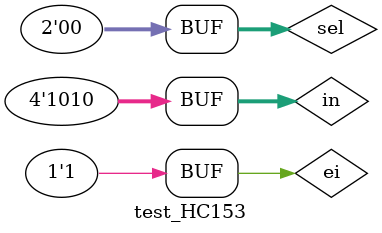
<source format=v>


`timescale 1ns/100ps

module test_HC153();
wire out;
reg [3:0]in;
reg [1:0]sel;
reg ei;
HC153 u(out,in,sel,ei);
initial
begin 
    ei=0; sel =0; in = 4'b1010;
    repeat(4)
        #10 sel =sel +1;
    ei = 1; sel =0; in =4'b1010;
    repeat(4)
       #11.2 sel= sel+1;
end

endmodule
</source>
